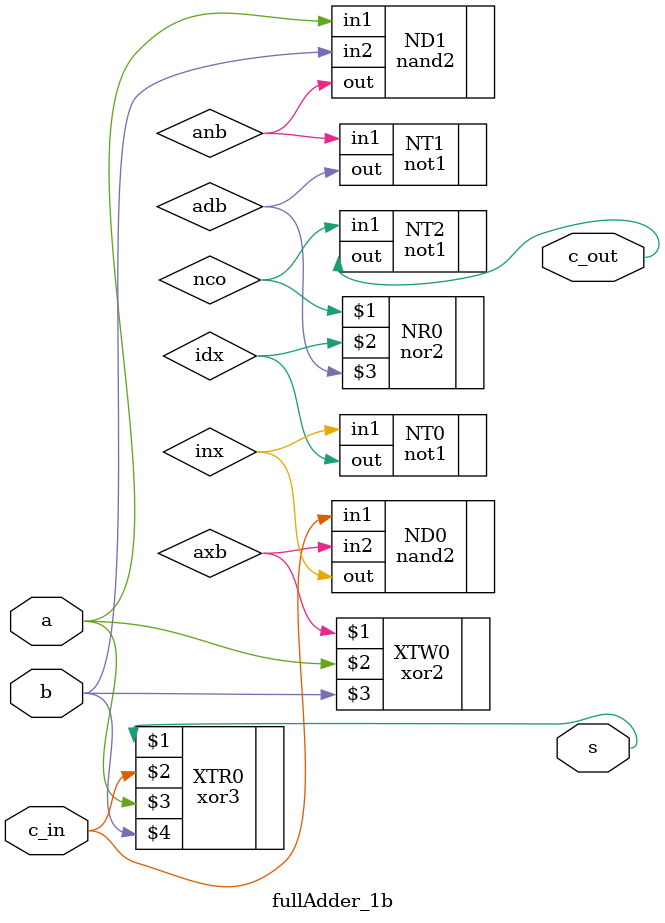
<source format=v>
/*
    CS/ECE 552 FALL '22
    Homework #2, Problem 1
    
    a 1-bit full adder
*/
module fullAdder_1b(s, c_out, a, b, c_in);
    output s;
    output c_out;
	input  a, b;
    input  c_in;

    // YOUR CODE HERE
    xor3 XTR0(s, c_in, a, b);

    //Cout = Cin(a ⊕ b) + ab
    wire axb;
    xor2 XTW0(axb, a, b);
    
    wire inx, idx;
    nand2 ND0(.out(inx), .in1(c_in), .in2(axb));
    not1 NT0(.out(idx), .in1(inx));

    wire anb, adb;
    nand2 ND1(.out(anb), .in1(a), .in2(b));
    not1 NT1(.out(adb), .in1(anb));

    wire nco;
    nor2 NR0(nco, idx, adb);
    not1 NT2(.out(c_out), .in1(nco));

endmodule

</source>
